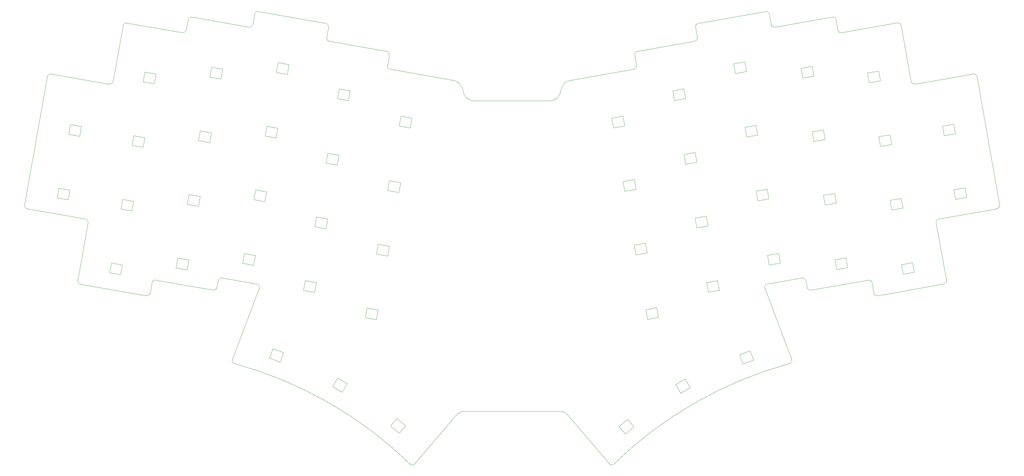
<source format=gbr>
%TF.GenerationSoftware,KiCad,Pcbnew,8.0.5*%
%TF.CreationDate,2024-10-09T17:31:38+02:00*%
%TF.ProjectId,phnx,70686e78-2e6b-4696-9361-645f70636258,A*%
%TF.SameCoordinates,Original*%
%TF.FileFunction,Profile,NP*%
%FSLAX46Y46*%
G04 Gerber Fmt 4.6, Leading zero omitted, Abs format (unit mm)*
G04 Created by KiCad (PCBNEW 8.0.5) date 2024-10-09 17:31:38*
%MOMM*%
%LPD*%
G01*
G04 APERTURE LIST*
%TA.AperFunction,Profile*%
%ADD10C,0.100000*%
%TD*%
%TA.AperFunction,Profile*%
%ADD11C,0.050000*%
%TD*%
G04 APERTURE END LIST*
D10*
X282994961Y-152939670D02*
G75*
G02*
X283806111Y-151781164I984839J173670D01*
G01*
X321881571Y-75006172D02*
X305596303Y-77874582D01*
X73481481Y-90026815D02*
X90500000Y-93000000D01*
X237333552Y-204626915D02*
X224997202Y-190162045D01*
X293942641Y-149993873D02*
X283806120Y-151781214D01*
X104243619Y-150633789D02*
X120985350Y-153585808D01*
X94592230Y-75828275D02*
G75*
G02*
X95750697Y-75017060I984770J-173525D01*
G01*
X66495033Y-129675188D02*
G75*
G02*
X65683831Y-128516723I173567J984788D01*
G01*
X262671544Y-76304536D02*
G75*
G02*
X263482699Y-75146055I984856J173636D01*
G01*
X316186438Y-155210530D02*
G75*
G02*
X315027976Y-154399372I-173638J984830D01*
G01*
X223161054Y-94933318D02*
G75*
G02*
X219984358Y-97938983I-3332454J340518D01*
G01*
X351137225Y-129664244D02*
X334113366Y-132662667D01*
X333302206Y-133821123D02*
G75*
G02*
X334113373Y-132662707I984794J173623D01*
G01*
X154109497Y-75146079D02*
G75*
G02*
X154920632Y-76304532I-173697J-984821D01*
G01*
X83518892Y-132673611D02*
G75*
G02*
X84330075Y-133832071I-173592J-984789D01*
G01*
X313348581Y-150633789D02*
G75*
G02*
X314507006Y-151444954I173619J-984811D01*
G01*
X72323025Y-90837975D02*
G75*
G02*
X73481478Y-90026834I984775J-173625D01*
G01*
X132733941Y-75438699D02*
X133254886Y-72484276D01*
X323040028Y-75817331D02*
X325973802Y-92177896D01*
X244828438Y-84527889D02*
G75*
G02*
X245639595Y-83369423I984762J173689D01*
G01*
X122143807Y-152774647D02*
X122491103Y-150805033D01*
X302758447Y-73297840D02*
G75*
G02*
X303916870Y-74109005I173653J-984760D01*
G01*
X321881571Y-75006172D02*
G75*
G02*
X323040055Y-75817326I173729J-984728D01*
G01*
X82126492Y-151813386D02*
X101405762Y-155210530D01*
X84330052Y-133832067D02*
X81315333Y-150654929D01*
X223161054Y-94933318D02*
G75*
G02*
X225969174Y-91879603I3559446J-455182D01*
G01*
X113154353Y-77063423D02*
X113675297Y-74108999D01*
X180258648Y-204626914D02*
X192602797Y-190157278D01*
X238569476Y-204856916D02*
G75*
G02*
X290289028Y-175180489I83064624J-84857384D01*
G01*
X262381329Y-80417415D02*
X245639597Y-83369433D01*
X284858259Y-75438699D02*
X284337314Y-72484276D01*
X302758447Y-73297840D02*
X286016715Y-76249859D01*
X327132258Y-92989056D02*
G75*
G02*
X325973832Y-92177891I-173658J984756D01*
G01*
X180258648Y-204626914D02*
G75*
G02*
X179022740Y-204856892I-735148J514814D01*
G01*
X262671544Y-76304536D02*
X263192488Y-79258959D01*
X171952603Y-83369433D02*
G75*
G02*
X172763752Y-84527887I-173603J-984767D01*
G01*
X333302206Y-133821123D02*
X336316925Y-150643985D01*
X336316925Y-150643985D02*
G75*
G02*
X335505768Y-151802451I-984725J-173715D01*
G01*
X290886700Y-173898767D02*
G75*
G02*
X290289033Y-175180500I-939700J-342033D01*
G01*
X66495033Y-129675188D02*
X83518892Y-132673611D01*
X154920656Y-76304536D02*
X154399712Y-79258959D01*
X238569476Y-204856916D02*
G75*
G02*
X237333529Y-204626931I-500776J744816D01*
G01*
X283178859Y-71673116D02*
G75*
G02*
X284337288Y-72484281I173641J-984784D01*
G01*
X102564218Y-154399371D02*
X103085163Y-151444949D01*
X132733941Y-75438699D02*
G75*
G02*
X131575471Y-76249936I-984841J173599D01*
G01*
X127303174Y-175180480D02*
G75*
G02*
X179022724Y-204856915I-31345094J-114533820D01*
G01*
X127303174Y-175180480D02*
G75*
G02*
X126705520Y-173898774I342026J939680D01*
G01*
X113154353Y-77063423D02*
G75*
G02*
X111995884Y-77874654I-984853J173623D01*
G01*
X345309233Y-90827031D02*
X351948384Y-128505787D01*
X134597239Y-152939670D02*
X126705500Y-173898767D01*
X172763762Y-84527889D02*
X172242818Y-87482312D01*
X173053978Y-88640769D02*
X191620128Y-91895703D01*
X173053978Y-88640769D02*
G75*
G02*
X172242842Y-87482316I173622J984769D01*
G01*
X197604944Y-97955074D02*
X219984358Y-97938976D01*
X283178859Y-71673116D02*
X263482703Y-75146079D01*
X304437847Y-77063423D02*
X303916903Y-74108999D01*
X344150777Y-90015871D02*
G75*
G02*
X345309255Y-90827027I173723J-984729D01*
G01*
X103085163Y-151444949D02*
G75*
G02*
X104243624Y-150633758I984837J-173651D01*
G01*
X305596303Y-77874582D02*
G75*
G02*
X304437919Y-77063410I-173603J984782D01*
G01*
X113675297Y-74108999D02*
G75*
G02*
X114833759Y-73297807I984803J-173601D01*
G01*
X102564218Y-154399371D02*
G75*
G02*
X101405763Y-155210524I-984818J173671D01*
G01*
X122143807Y-152774647D02*
G75*
G02*
X120985350Y-153585807I-984807J173647D01*
G01*
X122491103Y-150805033D02*
G75*
G02*
X123649554Y-149993901I984797J-173667D01*
G01*
X296606850Y-153585808D02*
G75*
G02*
X295448392Y-152774647I-173650J984808D01*
G01*
X286016715Y-76249859D02*
G75*
G02*
X284858336Y-75438685I-173615J984759D01*
G01*
X94592230Y-75828275D02*
X91658456Y-92188840D01*
X263192488Y-79258959D02*
G75*
G02*
X262381325Y-80417391I-984788J-173641D01*
G01*
X82126492Y-151813386D02*
G75*
G02*
X81315325Y-150654928I173608J984786D01*
G01*
X72323025Y-90837975D02*
X65683874Y-128516731D01*
X313348581Y-150633789D02*
X296606850Y-153585808D01*
X95750687Y-75017116D02*
X111995897Y-77874582D01*
X133254886Y-72484276D02*
G75*
G02*
X134413346Y-71673090I984814J-173624D01*
G01*
X155210871Y-80417415D02*
X171952603Y-83369433D01*
X133786080Y-151781214D02*
G75*
G02*
X134597189Y-152939661I-173680J-984786D01*
G01*
X222883771Y-189202383D02*
G75*
G02*
X224997209Y-190162038I-145571J-3127617D01*
G01*
X197604944Y-97955074D02*
G75*
G02*
X194428255Y-94949415I155756J3346174D01*
G01*
X155210871Y-80417415D02*
G75*
G02*
X154399688Y-79258955I173629J984815D01*
G01*
X335505766Y-151802442D02*
X316186438Y-155210530D01*
X351948384Y-128505787D02*
G75*
G02*
X351137220Y-129664218I-984684J-173713D01*
G01*
X91658456Y-92188840D02*
G75*
G02*
X90500009Y-92999947I-984756J173640D01*
G01*
X123649559Y-149993873D02*
X133786080Y-151781214D01*
X315027982Y-154399371D02*
X314507037Y-151444949D01*
X194716228Y-189197616D02*
X222883771Y-189202383D01*
X114833753Y-73297840D02*
X131575485Y-76249859D01*
X293942641Y-149993873D02*
G75*
G02*
X295101125Y-150805028I173659J-984827D01*
G01*
X344150777Y-90015871D02*
X327132258Y-92989056D01*
X192602797Y-190157278D02*
G75*
G02*
X194716228Y-189197615I2259003J-2167922D01*
G01*
X282994961Y-152939670D02*
X290886700Y-173898767D01*
X244828438Y-84527889D02*
X245349382Y-87482312D01*
X191620128Y-91895703D02*
G75*
G02*
X194428247Y-94949416I-751328J-3508897D01*
G01*
X244538222Y-88640769D02*
X225969174Y-91879605D01*
X245349382Y-87482312D02*
G75*
G02*
X244538226Y-88640793I-984782J-173688D01*
G01*
X134413341Y-71673116D02*
X154109497Y-75146079D01*
X295448393Y-152774647D02*
X295101097Y-150805033D01*
D11*
%TO.C,D536*%
X269657881Y-153600658D02*
X266408015Y-154173697D01*
X265904435Y-151317754D01*
X269154301Y-150744715D01*
X269657881Y-153600658D01*
%TO.C,D521*%
X151325348Y-151360317D02*
X150821768Y-154216260D01*
X147571902Y-153643221D01*
X148075482Y-150787278D01*
X151325348Y-151360317D01*
%TO.C,D510*%
X120501282Y-107338990D02*
X119997702Y-110194933D01*
X116747836Y-109621894D01*
X117251416Y-106765951D01*
X120501282Y-107338990D01*
%TO.C,D537*%
X261118650Y-182216438D02*
X258260766Y-183866438D01*
X256810766Y-181354964D01*
X259668650Y-179704964D01*
X261118650Y-182216438D01*
%TO.C,D541*%
X287544399Y-145623506D02*
X284294533Y-146196545D01*
X283790953Y-143340602D01*
X287040819Y-142767563D01*
X287544399Y-145623506D01*
%TO.C,D548*%
X320234020Y-110742583D02*
X316984154Y-111315622D01*
X316480574Y-108459679D01*
X319730440Y-107886640D01*
X320234020Y-110742583D01*
%TO.C,D531*%
X251771362Y-161577811D02*
X248521496Y-162150850D01*
X248017916Y-159294907D01*
X251267782Y-158721868D01*
X251771362Y-161577811D01*
%TO.C,D553*%
X342243722Y-126324613D02*
X338993856Y-126897652D01*
X338490276Y-124041709D01*
X341740142Y-123468670D01*
X342243722Y-126324613D01*
%TO.C,D552*%
X338944406Y-107613264D02*
X335694540Y-108186303D01*
X335190960Y-105330360D01*
X338440826Y-104757321D01*
X338944406Y-107613264D01*
%TO.C,D509*%
X123800598Y-88627644D02*
X123297018Y-91483587D01*
X120047152Y-90910548D01*
X120550732Y-88054605D01*
X123800598Y-88627644D01*
%TO.C,D547*%
X316934703Y-92031235D02*
X313684837Y-92604274D01*
X313181257Y-89748331D01*
X316431123Y-89175292D01*
X316934703Y-92031235D01*
%TO.C,D535*%
X266315153Y-134643110D02*
X263065287Y-135216149D01*
X262561707Y-132360206D01*
X265811573Y-131787167D01*
X266315153Y-134643110D01*
%TO.C,D522*%
X160370840Y-181078170D02*
X158920840Y-183589644D01*
X156062956Y-181939644D01*
X157512956Y-179428170D01*
X160370840Y-181078170D01*
%TO.C,D507*%
X97665790Y-127428862D02*
X97162210Y-130284805D01*
X93912344Y-129711766D01*
X94415924Y-126855823D01*
X97665790Y-127428862D01*
%TO.C,D505*%
X104264423Y-90006164D02*
X103760843Y-92862107D01*
X100510977Y-92289068D01*
X101014557Y-89433125D01*
X104264423Y-90006164D01*
%TO.C,D538*%
X277616150Y-89317604D02*
X274366284Y-89890643D01*
X273862704Y-87034700D01*
X277112570Y-86461661D01*
X277616150Y-89317604D01*
%TO.C,D517*%
X141664799Y-171949675D02*
X140672942Y-174674784D01*
X137571955Y-173546117D01*
X138563812Y-170821008D01*
X141664799Y-171949675D01*
%TO.C,D511*%
X117201967Y-126050339D02*
X116698387Y-128906282D01*
X113448521Y-128333243D01*
X113952101Y-125477300D01*
X117201967Y-126050339D01*
%TO.C,D533*%
X259716523Y-97220414D02*
X256466657Y-97793453D01*
X255963077Y-94937510D01*
X259212943Y-94364471D01*
X259716523Y-97220414D01*
%TO.C,D506*%
X100965108Y-108717513D02*
X100461528Y-111573456D01*
X97211662Y-111000417D01*
X97715242Y-108144474D01*
X100965108Y-108717513D01*
%TO.C,D524*%
X176056698Y-121958184D02*
X175553118Y-124814127D01*
X172303252Y-124241088D01*
X172806832Y-121385145D01*
X176056698Y-121958184D01*
%TO.C,D518*%
X161266705Y-94980073D02*
X160763125Y-97836016D01*
X157513259Y-97262977D01*
X158016839Y-94407034D01*
X161266705Y-94980073D01*
%TO.C,D549*%
X323533335Y-129453932D02*
X320283469Y-130026971D01*
X319779889Y-127171028D01*
X323029755Y-126597989D01*
X323533335Y-129453932D01*
%TO.C,D514*%
X140037458Y-105960470D02*
X139533878Y-108816413D01*
X136284012Y-108243374D01*
X136787592Y-105387431D01*
X140037458Y-105960470D01*
%TO.C,D543*%
X297398528Y-90652715D02*
X294148662Y-91225754D01*
X293645082Y-88369811D01*
X296894948Y-87796772D01*
X297398528Y-90652715D01*
%TO.C,D527*%
X177537034Y-193397173D02*
X175672950Y-195618702D01*
X173145004Y-193497503D01*
X175009088Y-191275974D01*
X177537034Y-193397173D01*
%TO.C,D503*%
X78984979Y-124134671D02*
X78481399Y-126990614D01*
X75231533Y-126417575D01*
X75735113Y-123561632D01*
X78984979Y-124134671D01*
%TO.C,D515*%
X136738144Y-124671815D02*
X136234564Y-127527758D01*
X132984698Y-126954719D01*
X133488278Y-124098776D01*
X136738144Y-124671815D01*
%TO.C,D523*%
X179399424Y-103000639D02*
X178895844Y-105856582D01*
X175645978Y-105283543D01*
X176149558Y-102427600D01*
X179399424Y-103000639D01*
%TO.C,D525*%
X172757384Y-140669534D02*
X172253804Y-143525477D01*
X169003938Y-142952438D01*
X169507518Y-140096495D01*
X172757384Y-140669534D01*
%TO.C,D550*%
X326862955Y-148337137D02*
X323613089Y-148910176D01*
X323109509Y-146054233D01*
X326359375Y-145481194D01*
X326862955Y-148337137D01*
%TO.C,D516*%
X133438827Y-143383165D02*
X132935247Y-146239108D01*
X129685381Y-145666069D01*
X130188961Y-142810126D01*
X133438827Y-143383165D01*
%TO.C,D542*%
X279706178Y-174147464D02*
X276605191Y-175276131D01*
X275613334Y-172551022D01*
X278714321Y-171422355D01*
X279706178Y-174147464D01*
%TO.C,D529*%
X245129319Y-123908915D02*
X241879453Y-124481954D01*
X241375873Y-121626011D01*
X244625739Y-121052972D01*
X245129319Y-123908915D01*
%TO.C,D546*%
X307326777Y-146958617D02*
X304076911Y-147531656D01*
X303573331Y-144675713D01*
X306823197Y-144102674D01*
X307326777Y-146958617D01*
%TO.C,D532*%
X244550694Y-193747447D02*
X242022748Y-195868646D01*
X240158664Y-193647117D01*
X242686610Y-191525918D01*
X244550694Y-193747447D01*
%TO.C,D508*%
X94366476Y-146140205D02*
X93862896Y-148996148D01*
X90613030Y-148423109D01*
X91116610Y-145567166D01*
X94366476Y-146140205D01*
%TO.C,D530*%
X248428635Y-142620261D02*
X245178769Y-143193300D01*
X244675189Y-140337357D01*
X247925055Y-139764318D01*
X248428635Y-142620261D01*
%TO.C,D519*%
X157923976Y-113937624D02*
X157420396Y-116793567D01*
X154170530Y-116220528D01*
X154674110Y-113364585D01*
X157923976Y-113937624D01*
%TO.C,D526*%
X169458066Y-159380883D02*
X168954486Y-162236826D01*
X165704620Y-161663787D01*
X166208200Y-158807844D01*
X169458066Y-159380883D01*
%TO.C,D544*%
X300684735Y-109289719D02*
X297434869Y-109862758D01*
X296931289Y-107006815D01*
X300181155Y-106433776D01*
X300684735Y-109289719D01*
%TO.C,D512*%
X113902651Y-144761687D02*
X113399071Y-147617630D01*
X110149205Y-147044591D01*
X110652785Y-144188648D01*
X113902651Y-144761687D01*
%TO.C,D502*%
X82358156Y-105436344D02*
X81854576Y-108292287D01*
X78604710Y-107719248D01*
X79108290Y-104863305D01*
X82358156Y-105436344D01*
%TO.C,D539*%
X280902356Y-107954611D02*
X277652490Y-108527650D01*
X277148910Y-105671707D01*
X280398776Y-105098668D01*
X280902356Y-107954611D01*
%TO.C,D513*%
X143336774Y-87249123D02*
X142833194Y-90105066D01*
X139583328Y-89532027D01*
X140086908Y-86676084D01*
X143336774Y-87249123D01*
%TO.C,D520*%
X154624662Y-132648968D02*
X154121082Y-135504911D01*
X150871216Y-134931872D01*
X151374796Y-132075929D01*
X154624662Y-132648968D01*
%TO.C,D534*%
X263015837Y-115931762D02*
X259765971Y-116504801D01*
X259262391Y-113648858D01*
X262512257Y-113075819D01*
X263015837Y-115931762D01*
%TO.C,D528*%
X241843113Y-105271910D02*
X238593247Y-105844949D01*
X238089667Y-102989006D01*
X241339533Y-102415967D01*
X241843113Y-105271910D01*
%TO.C,D545*%
X303984050Y-128001066D02*
X300734184Y-128574105D01*
X300230604Y-125718162D01*
X303480470Y-125145123D01*
X303984050Y-128001066D01*
%TO.C,D540*%
X284214783Y-126740300D02*
X280964917Y-127313339D01*
X280461337Y-124457396D01*
X283711203Y-123884357D01*
X284214783Y-126740300D01*
%TD*%
M02*

</source>
